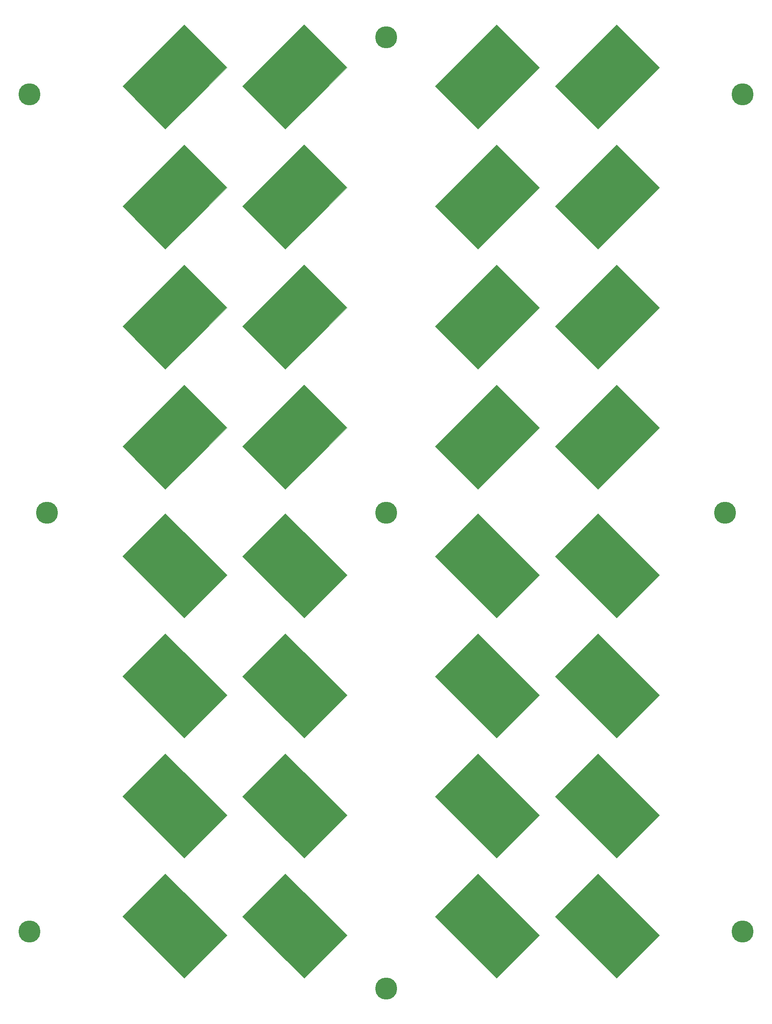
<source format=gbr>
%TF.GenerationSoftware,KiCad,Pcbnew,5.99.0-unknown-283d176cdc~117~ubuntu20.04.1*%
%TF.CreationDate,2021-02-27T15:31:52-06:00*%
%TF.ProjectId,FlatPanel4x4_tighter_Reflector,466c6174-5061-46e6-956c-3478345f7469,rev?*%
%TF.SameCoordinates,Original*%
%TF.FileFunction,Copper,L1,Top*%
%TF.FilePolarity,Positive*%
%FSLAX46Y46*%
G04 Gerber Fmt 4.6, Leading zero omitted, Abs format (unit mm)*
G04 Created by KiCad (PCBNEW 5.99.0-unknown-283d176cdc~117~ubuntu20.04.1) date 2021-02-27 15:31:52*
%MOMM*%
%LPD*%
G01*
G04 APERTURE LIST*
%TA.AperFunction,EtchedComponent*%
%ADD10C,0.100000*%
%TD*%
%TA.AperFunction,ComponentPad*%
%ADD11C,2.900000*%
%TD*%
%TA.AperFunction,ConnectorPad*%
%ADD12C,5.000000*%
%TD*%
G04 APERTURE END LIST*
D10*
%TO.C,REF\u002A\u002A*%
X42861002Y-194918284D02*
X56861716Y-208918998D01*
X56861716Y-208918998D02*
X47138998Y-218641716D01*
X47138998Y-218641716D02*
X33138284Y-204641002D01*
X33138284Y-204641002D02*
X42861002Y-194918284D01*
G36*
X56861716Y-208918998D02*
G01*
X47138998Y-218641716D01*
X33138284Y-204641002D01*
X42861002Y-194918284D01*
X56861716Y-208918998D01*
G37*
X56861716Y-208918998D02*
X47138998Y-218641716D01*
X33138284Y-204641002D01*
X42861002Y-194918284D01*
X56861716Y-208918998D01*
X104138284Y-97918998D02*
X118138998Y-83918284D01*
X118138998Y-83918284D02*
X127861716Y-93641002D01*
X127861716Y-93641002D02*
X113861002Y-107641716D01*
X113861002Y-107641716D02*
X104138284Y-97918998D01*
G36*
X127861716Y-93641002D02*
G01*
X113861002Y-107641716D01*
X104138284Y-97918998D01*
X118138998Y-83918284D01*
X127861716Y-93641002D01*
G37*
X127861716Y-93641002D02*
X113861002Y-107641716D01*
X104138284Y-97918998D01*
X118138998Y-83918284D01*
X127861716Y-93641002D01*
X60398284Y-70658998D02*
X74398998Y-56658284D01*
X74398998Y-56658284D02*
X84121716Y-66381002D01*
X84121716Y-66381002D02*
X70121002Y-80381716D01*
X70121002Y-80381716D02*
X60398284Y-70658998D01*
G36*
X84121716Y-66381002D02*
G01*
X70121002Y-80381716D01*
X60398284Y-70658998D01*
X74398998Y-56658284D01*
X84121716Y-66381002D01*
G37*
X84121716Y-66381002D02*
X70121002Y-80381716D01*
X60398284Y-70658998D01*
X74398998Y-56658284D01*
X84121716Y-66381002D01*
X33138284Y-43398998D02*
X47138998Y-29398284D01*
X47138998Y-29398284D02*
X56861716Y-39121002D01*
X56861716Y-39121002D02*
X42861002Y-53121716D01*
X42861002Y-53121716D02*
X33138284Y-43398998D01*
G36*
X56861716Y-39121002D02*
G01*
X42861002Y-53121716D01*
X33138284Y-43398998D01*
X47138998Y-29398284D01*
X56861716Y-39121002D01*
G37*
X56861716Y-39121002D02*
X42861002Y-53121716D01*
X33138284Y-43398998D01*
X47138998Y-29398284D01*
X56861716Y-39121002D01*
X141121002Y-140398284D02*
X155121716Y-154398998D01*
X155121716Y-154398998D02*
X145398998Y-164121716D01*
X145398998Y-164121716D02*
X131398284Y-150121002D01*
X131398284Y-150121002D02*
X141121002Y-140398284D01*
G36*
X155121716Y-154398998D02*
G01*
X145398998Y-164121716D01*
X131398284Y-150121002D01*
X141121002Y-140398284D01*
X155121716Y-154398998D01*
G37*
X155121716Y-154398998D02*
X145398998Y-164121716D01*
X131398284Y-150121002D01*
X141121002Y-140398284D01*
X155121716Y-154398998D01*
X104138284Y-16138998D02*
X118138998Y-2138284D01*
X118138998Y-2138284D02*
X127861716Y-11861002D01*
X127861716Y-11861002D02*
X113861002Y-25861716D01*
X113861002Y-25861716D02*
X104138284Y-16138998D01*
G36*
X127861716Y-11861002D02*
G01*
X113861002Y-25861716D01*
X104138284Y-16138998D01*
X118138998Y-2138284D01*
X127861716Y-11861002D01*
G37*
X127861716Y-11861002D02*
X113861002Y-25861716D01*
X104138284Y-16138998D01*
X118138998Y-2138284D01*
X127861716Y-11861002D01*
X60398284Y-43398998D02*
X74398998Y-29398284D01*
X74398998Y-29398284D02*
X84121716Y-39121002D01*
X84121716Y-39121002D02*
X70121002Y-53121716D01*
X70121002Y-53121716D02*
X60398284Y-43398998D01*
G36*
X84121716Y-39121002D02*
G01*
X70121002Y-53121716D01*
X60398284Y-43398998D01*
X74398998Y-29398284D01*
X84121716Y-39121002D01*
G37*
X84121716Y-39121002D02*
X70121002Y-53121716D01*
X60398284Y-43398998D01*
X74398998Y-29398284D01*
X84121716Y-39121002D01*
X33138284Y-16138998D02*
X47138998Y-2138284D01*
X47138998Y-2138284D02*
X56861716Y-11861002D01*
X56861716Y-11861002D02*
X42861002Y-25861716D01*
X42861002Y-25861716D02*
X33138284Y-16138998D01*
G36*
X56861716Y-11861002D02*
G01*
X42861002Y-25861716D01*
X33138284Y-16138998D01*
X47138998Y-2138284D01*
X56861716Y-11861002D01*
G37*
X56861716Y-11861002D02*
X42861002Y-25861716D01*
X33138284Y-16138998D01*
X47138998Y-2138284D01*
X56861716Y-11861002D01*
X70121002Y-194918284D02*
X84121716Y-208918998D01*
X84121716Y-208918998D02*
X74398998Y-218641716D01*
X74398998Y-218641716D02*
X60398284Y-204641002D01*
X60398284Y-204641002D02*
X70121002Y-194918284D01*
G36*
X84121716Y-208918998D02*
G01*
X74398998Y-218641716D01*
X60398284Y-204641002D01*
X70121002Y-194918284D01*
X84121716Y-208918998D01*
G37*
X84121716Y-208918998D02*
X74398998Y-218641716D01*
X60398284Y-204641002D01*
X70121002Y-194918284D01*
X84121716Y-208918998D01*
X141121002Y-194918284D02*
X155121716Y-208918998D01*
X155121716Y-208918998D02*
X145398998Y-218641716D01*
X145398998Y-218641716D02*
X131398284Y-204641002D01*
X131398284Y-204641002D02*
X141121002Y-194918284D01*
G36*
X155121716Y-208918998D02*
G01*
X145398998Y-218641716D01*
X131398284Y-204641002D01*
X141121002Y-194918284D01*
X155121716Y-208918998D01*
G37*
X155121716Y-208918998D02*
X145398998Y-218641716D01*
X131398284Y-204641002D01*
X141121002Y-194918284D01*
X155121716Y-208918998D01*
X104138284Y-43398998D02*
X118138998Y-29398284D01*
X118138998Y-29398284D02*
X127861716Y-39121002D01*
X127861716Y-39121002D02*
X113861002Y-53121716D01*
X113861002Y-53121716D02*
X104138284Y-43398998D01*
G36*
X127861716Y-39121002D02*
G01*
X113861002Y-53121716D01*
X104138284Y-43398998D01*
X118138998Y-29398284D01*
X127861716Y-39121002D01*
G37*
X127861716Y-39121002D02*
X113861002Y-53121716D01*
X104138284Y-43398998D01*
X118138998Y-29398284D01*
X127861716Y-39121002D01*
X42861002Y-113138284D02*
X56861716Y-127138998D01*
X56861716Y-127138998D02*
X47138998Y-136861716D01*
X47138998Y-136861716D02*
X33138284Y-122861002D01*
X33138284Y-122861002D02*
X42861002Y-113138284D01*
G36*
X56861716Y-127138998D02*
G01*
X47138998Y-136861716D01*
X33138284Y-122861002D01*
X42861002Y-113138284D01*
X56861716Y-127138998D01*
G37*
X56861716Y-127138998D02*
X47138998Y-136861716D01*
X33138284Y-122861002D01*
X42861002Y-113138284D01*
X56861716Y-127138998D01*
X60398284Y-16138998D02*
X74398998Y-2138284D01*
X74398998Y-2138284D02*
X84121716Y-11861002D01*
X84121716Y-11861002D02*
X70121002Y-25861716D01*
X70121002Y-25861716D02*
X60398284Y-16138998D01*
G36*
X84121716Y-11861002D02*
G01*
X70121002Y-25861716D01*
X60398284Y-16138998D01*
X74398998Y-2138284D01*
X84121716Y-11861002D01*
G37*
X84121716Y-11861002D02*
X70121002Y-25861716D01*
X60398284Y-16138998D01*
X74398998Y-2138284D01*
X84121716Y-11861002D01*
X113861002Y-167658284D02*
X127861716Y-181658998D01*
X127861716Y-181658998D02*
X118138998Y-191381716D01*
X118138998Y-191381716D02*
X104138284Y-177381002D01*
X104138284Y-177381002D02*
X113861002Y-167658284D01*
G36*
X127861716Y-181658998D02*
G01*
X118138998Y-191381716D01*
X104138284Y-177381002D01*
X113861002Y-167658284D01*
X127861716Y-181658998D01*
G37*
X127861716Y-181658998D02*
X118138998Y-191381716D01*
X104138284Y-177381002D01*
X113861002Y-167658284D01*
X127861716Y-181658998D01*
X70121002Y-113138284D02*
X84121716Y-127138998D01*
X84121716Y-127138998D02*
X74398998Y-136861716D01*
X74398998Y-136861716D02*
X60398284Y-122861002D01*
X60398284Y-122861002D02*
X70121002Y-113138284D01*
G36*
X84121716Y-127138998D02*
G01*
X74398998Y-136861716D01*
X60398284Y-122861002D01*
X70121002Y-113138284D01*
X84121716Y-127138998D01*
G37*
X84121716Y-127138998D02*
X74398998Y-136861716D01*
X60398284Y-122861002D01*
X70121002Y-113138284D01*
X84121716Y-127138998D01*
X42861002Y-140398284D02*
X56861716Y-154398998D01*
X56861716Y-154398998D02*
X47138998Y-164121716D01*
X47138998Y-164121716D02*
X33138284Y-150121002D01*
X33138284Y-150121002D02*
X42861002Y-140398284D01*
G36*
X56861716Y-154398998D02*
G01*
X47138998Y-164121716D01*
X33138284Y-150121002D01*
X42861002Y-140398284D01*
X56861716Y-154398998D01*
G37*
X56861716Y-154398998D02*
X47138998Y-164121716D01*
X33138284Y-150121002D01*
X42861002Y-140398284D01*
X56861716Y-154398998D01*
X70121002Y-140398284D02*
X84121716Y-154398998D01*
X84121716Y-154398998D02*
X74398998Y-164121716D01*
X74398998Y-164121716D02*
X60398284Y-150121002D01*
X60398284Y-150121002D02*
X70121002Y-140398284D01*
G36*
X84121716Y-154398998D02*
G01*
X74398998Y-164121716D01*
X60398284Y-150121002D01*
X70121002Y-140398284D01*
X84121716Y-154398998D01*
G37*
X84121716Y-154398998D02*
X74398998Y-164121716D01*
X60398284Y-150121002D01*
X70121002Y-140398284D01*
X84121716Y-154398998D01*
X131398284Y-16138998D02*
X145398998Y-2138284D01*
X145398998Y-2138284D02*
X155121716Y-11861002D01*
X155121716Y-11861002D02*
X141121002Y-25861716D01*
X141121002Y-25861716D02*
X131398284Y-16138998D01*
G36*
X155121716Y-11861002D02*
G01*
X141121002Y-25861716D01*
X131398284Y-16138998D01*
X145398998Y-2138284D01*
X155121716Y-11861002D01*
G37*
X155121716Y-11861002D02*
X141121002Y-25861716D01*
X131398284Y-16138998D01*
X145398998Y-2138284D01*
X155121716Y-11861002D01*
X141121002Y-113138284D02*
X155121716Y-127138998D01*
X155121716Y-127138998D02*
X145398998Y-136861716D01*
X145398998Y-136861716D02*
X131398284Y-122861002D01*
X131398284Y-122861002D02*
X141121002Y-113138284D01*
G36*
X155121716Y-127138998D02*
G01*
X145398998Y-136861716D01*
X131398284Y-122861002D01*
X141121002Y-113138284D01*
X155121716Y-127138998D01*
G37*
X155121716Y-127138998D02*
X145398998Y-136861716D01*
X131398284Y-122861002D01*
X141121002Y-113138284D01*
X155121716Y-127138998D01*
X131398284Y-43398998D02*
X145398998Y-29398284D01*
X145398998Y-29398284D02*
X155121716Y-39121002D01*
X155121716Y-39121002D02*
X141121002Y-53121716D01*
X141121002Y-53121716D02*
X131398284Y-43398998D01*
G36*
X155121716Y-39121002D02*
G01*
X141121002Y-53121716D01*
X131398284Y-43398998D01*
X145398998Y-29398284D01*
X155121716Y-39121002D01*
G37*
X155121716Y-39121002D02*
X141121002Y-53121716D01*
X131398284Y-43398998D01*
X145398998Y-29398284D01*
X155121716Y-39121002D01*
X131398284Y-97918998D02*
X145398998Y-83918284D01*
X145398998Y-83918284D02*
X155121716Y-93641002D01*
X155121716Y-93641002D02*
X141121002Y-107641716D01*
X141121002Y-107641716D02*
X131398284Y-97918998D01*
G36*
X155121716Y-93641002D02*
G01*
X141121002Y-107641716D01*
X131398284Y-97918998D01*
X145398998Y-83918284D01*
X155121716Y-93641002D01*
G37*
X155121716Y-93641002D02*
X141121002Y-107641716D01*
X131398284Y-97918998D01*
X145398998Y-83918284D01*
X155121716Y-93641002D01*
X42861002Y-167658284D02*
X56861716Y-181658998D01*
X56861716Y-181658998D02*
X47138998Y-191381716D01*
X47138998Y-191381716D02*
X33138284Y-177381002D01*
X33138284Y-177381002D02*
X42861002Y-167658284D01*
G36*
X56861716Y-181658998D02*
G01*
X47138998Y-191381716D01*
X33138284Y-177381002D01*
X42861002Y-167658284D01*
X56861716Y-181658998D01*
G37*
X56861716Y-181658998D02*
X47138998Y-191381716D01*
X33138284Y-177381002D01*
X42861002Y-167658284D01*
X56861716Y-181658998D01*
X60398284Y-97918998D02*
X74398998Y-83918284D01*
X74398998Y-83918284D02*
X84121716Y-93641002D01*
X84121716Y-93641002D02*
X70121002Y-107641716D01*
X70121002Y-107641716D02*
X60398284Y-97918998D01*
G36*
X84121716Y-93641002D02*
G01*
X70121002Y-107641716D01*
X60398284Y-97918998D01*
X74398998Y-83918284D01*
X84121716Y-93641002D01*
G37*
X84121716Y-93641002D02*
X70121002Y-107641716D01*
X60398284Y-97918998D01*
X74398998Y-83918284D01*
X84121716Y-93641002D01*
X70121002Y-167658284D02*
X84121716Y-181658998D01*
X84121716Y-181658998D02*
X74398998Y-191381716D01*
X74398998Y-191381716D02*
X60398284Y-177381002D01*
X60398284Y-177381002D02*
X70121002Y-167658284D01*
G36*
X84121716Y-181658998D02*
G01*
X74398998Y-191381716D01*
X60398284Y-177381002D01*
X70121002Y-167658284D01*
X84121716Y-181658998D01*
G37*
X84121716Y-181658998D02*
X74398998Y-191381716D01*
X60398284Y-177381002D01*
X70121002Y-167658284D01*
X84121716Y-181658998D01*
X33138284Y-70658998D02*
X47138998Y-56658284D01*
X47138998Y-56658284D02*
X56861716Y-66381002D01*
X56861716Y-66381002D02*
X42861002Y-80381716D01*
X42861002Y-80381716D02*
X33138284Y-70658998D01*
G36*
X56861716Y-66381002D02*
G01*
X42861002Y-80381716D01*
X33138284Y-70658998D01*
X47138998Y-56658284D01*
X56861716Y-66381002D01*
G37*
X56861716Y-66381002D02*
X42861002Y-80381716D01*
X33138284Y-70658998D01*
X47138998Y-56658284D01*
X56861716Y-66381002D01*
X113861002Y-113138284D02*
X127861716Y-127138998D01*
X127861716Y-127138998D02*
X118138998Y-136861716D01*
X118138998Y-136861716D02*
X104138284Y-122861002D01*
X104138284Y-122861002D02*
X113861002Y-113138284D01*
G36*
X127861716Y-127138998D02*
G01*
X118138998Y-136861716D01*
X104138284Y-122861002D01*
X113861002Y-113138284D01*
X127861716Y-127138998D01*
G37*
X127861716Y-127138998D02*
X118138998Y-136861716D01*
X104138284Y-122861002D01*
X113861002Y-113138284D01*
X127861716Y-127138998D01*
X33138284Y-97918998D02*
X47138998Y-83918284D01*
X47138998Y-83918284D02*
X56861716Y-93641002D01*
X56861716Y-93641002D02*
X42861002Y-107641716D01*
X42861002Y-107641716D02*
X33138284Y-97918998D01*
G36*
X56861716Y-93641002D02*
G01*
X42861002Y-107641716D01*
X33138284Y-97918998D01*
X47138998Y-83918284D01*
X56861716Y-93641002D01*
G37*
X56861716Y-93641002D02*
X42861002Y-107641716D01*
X33138284Y-97918998D01*
X47138998Y-83918284D01*
X56861716Y-93641002D01*
X141121002Y-167658284D02*
X155121716Y-181658998D01*
X155121716Y-181658998D02*
X145398998Y-191381716D01*
X145398998Y-191381716D02*
X131398284Y-177381002D01*
X131398284Y-177381002D02*
X141121002Y-167658284D01*
G36*
X155121716Y-181658998D02*
G01*
X145398998Y-191381716D01*
X131398284Y-177381002D01*
X141121002Y-167658284D01*
X155121716Y-181658998D01*
G37*
X155121716Y-181658998D02*
X145398998Y-191381716D01*
X131398284Y-177381002D01*
X141121002Y-167658284D01*
X155121716Y-181658998D01*
X131398284Y-70658998D02*
X145398998Y-56658284D01*
X145398998Y-56658284D02*
X155121716Y-66381002D01*
X155121716Y-66381002D02*
X141121002Y-80381716D01*
X141121002Y-80381716D02*
X131398284Y-70658998D01*
G36*
X155121716Y-66381002D02*
G01*
X141121002Y-80381716D01*
X131398284Y-70658998D01*
X145398998Y-56658284D01*
X155121716Y-66381002D01*
G37*
X155121716Y-66381002D02*
X141121002Y-80381716D01*
X131398284Y-70658998D01*
X145398998Y-56658284D01*
X155121716Y-66381002D01*
X113861002Y-140398284D02*
X127861716Y-154398998D01*
X127861716Y-154398998D02*
X118138998Y-164121716D01*
X118138998Y-164121716D02*
X104138284Y-150121002D01*
X104138284Y-150121002D02*
X113861002Y-140398284D01*
G36*
X127861716Y-154398998D02*
G01*
X118138998Y-164121716D01*
X104138284Y-150121002D01*
X113861002Y-140398284D01*
X127861716Y-154398998D01*
G37*
X127861716Y-154398998D02*
X118138998Y-164121716D01*
X104138284Y-150121002D01*
X113861002Y-140398284D01*
X127861716Y-154398998D01*
X113861002Y-194918284D02*
X127861716Y-208918998D01*
X127861716Y-208918998D02*
X118138998Y-218641716D01*
X118138998Y-218641716D02*
X104138284Y-204641002D01*
X104138284Y-204641002D02*
X113861002Y-194918284D01*
G36*
X127861716Y-208918998D02*
G01*
X118138998Y-218641716D01*
X104138284Y-204641002D01*
X113861002Y-194918284D01*
X127861716Y-208918998D01*
G37*
X127861716Y-208918998D02*
X118138998Y-218641716D01*
X104138284Y-204641002D01*
X113861002Y-194918284D01*
X127861716Y-208918998D01*
X104138284Y-70658998D02*
X118138998Y-56658284D01*
X118138998Y-56658284D02*
X127861716Y-66381002D01*
X127861716Y-66381002D02*
X113861002Y-80381716D01*
X113861002Y-80381716D02*
X104138284Y-70658998D01*
G36*
X127861716Y-66381002D02*
G01*
X113861002Y-80381716D01*
X104138284Y-70658998D01*
X118138998Y-56658284D01*
X127861716Y-66381002D01*
G37*
X127861716Y-66381002D02*
X113861002Y-80381716D01*
X104138284Y-70658998D01*
X118138998Y-56658284D01*
X127861716Y-66381002D01*
%TD*%
D11*
%TO.P,H11,1,1*%
%TO.N,N/C*%
X93000000Y-113001000D03*
D12*
X93000000Y-113001000D03*
%TD*%
D11*
%TO.P,H9,1,1*%
%TO.N,N/C*%
X93000000Y-221001000D03*
D12*
X93000000Y-221001000D03*
%TD*%
D11*
%TO.P,H10,1,1*%
%TO.N,N/C*%
X93000000Y-5001000D03*
D12*
X93000000Y-5001000D03*
%TD*%
D11*
%TO.P,H4,1,1*%
%TO.N,N/C*%
X174000000Y-208001000D03*
D12*
X174000000Y-208001000D03*
%TD*%
%TO.P,H3,1,1*%
%TO.N,N/C*%
X12000000Y-208001000D03*
D11*
X12000000Y-208001000D03*
%TD*%
D12*
%TO.P,H11,1,1*%
%TO.N,N/C*%
X16000000Y-113001000D03*
D11*
X16000000Y-113001000D03*
%TD*%
%TO.P,H12,1,1*%
%TO.N,N/C*%
X170000000Y-113001000D03*
D12*
X170000000Y-113001000D03*
%TD*%
D11*
%TO.P,H2,1,1*%
%TO.N,N/C*%
X174000000Y-18001000D03*
D12*
X174000000Y-18001000D03*
%TD*%
%TO.P,H1,1,1*%
%TO.N,N/C*%
X12000000Y-18001000D03*
D11*
X12000000Y-18001000D03*
%TD*%
M02*

</source>
